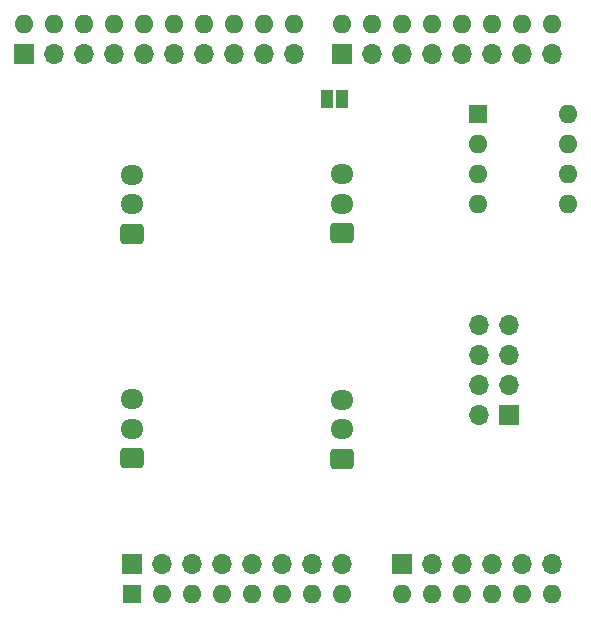
<source format=gbr>
%TF.GenerationSoftware,KiCad,Pcbnew,8.0.1*%
%TF.CreationDate,2024-03-27T15:45:16+09:00*%
%TF.ProjectId,STEP200-switch-id-shield,53544550-3230-4302-9d73-77697463682d,rev?*%
%TF.SameCoordinates,Original*%
%TF.FileFunction,Soldermask,Top*%
%TF.FilePolarity,Negative*%
%FSLAX46Y46*%
G04 Gerber Fmt 4.6, Leading zero omitted, Abs format (unit mm)*
G04 Created by KiCad (PCBNEW 8.0.1) date 2024-03-27 15:45:16*
%MOMM*%
%LPD*%
G01*
G04 APERTURE LIST*
G04 Aperture macros list*
%AMRoundRect*
0 Rectangle with rounded corners*
0 $1 Rounding radius*
0 $2 $3 $4 $5 $6 $7 $8 $9 X,Y pos of 4 corners*
0 Add a 4 corners polygon primitive as box body*
4,1,4,$2,$3,$4,$5,$6,$7,$8,$9,$2,$3,0*
0 Add four circle primitives for the rounded corners*
1,1,$1+$1,$2,$3*
1,1,$1+$1,$4,$5*
1,1,$1+$1,$6,$7*
1,1,$1+$1,$8,$9*
0 Add four rect primitives between the rounded corners*
20,1,$1+$1,$2,$3,$4,$5,0*
20,1,$1+$1,$4,$5,$6,$7,0*
20,1,$1+$1,$6,$7,$8,$9,0*
20,1,$1+$1,$8,$9,$2,$3,0*%
G04 Aperture macros list end*
%ADD10R,1.000000X1.500000*%
%ADD11RoundRect,0.250000X0.725000X-0.600000X0.725000X0.600000X-0.725000X0.600000X-0.725000X-0.600000X0*%
%ADD12O,1.950000X1.700000*%
%ADD13R,1.700000X1.700000*%
%ADD14O,1.700000X1.700000*%
%ADD15R,1.600000X1.600000*%
%ADD16O,1.600000X1.600000*%
G04 APERTURE END LIST*
D10*
%TO.C,JP1*%
X158720000Y-97790000D03*
X160020000Y-97790000D03*
%TD*%
D11*
%TO.C,J8*%
X142240000Y-109220000D03*
D12*
X142240000Y-106720000D03*
X142240000Y-104220000D03*
%TD*%
D13*
%TO.C,J2*%
X142240000Y-137160000D03*
D14*
X144780000Y-137160000D03*
X147320000Y-137160000D03*
X149860000Y-137160000D03*
X152400000Y-137160000D03*
X154940000Y-137160000D03*
X157480000Y-137160000D03*
X160020000Y-137160000D03*
%TD*%
D11*
%TO.C,J5*%
X160020000Y-128270000D03*
D12*
X160020000Y-125770000D03*
X160020000Y-123270000D03*
%TD*%
D11*
%TO.C,J9*%
X142240000Y-128230000D03*
D12*
X142240000Y-125730000D03*
X142240000Y-123230000D03*
%TD*%
D13*
%TO.C,J1*%
X160020000Y-93980000D03*
D14*
X162560000Y-93980000D03*
X165100000Y-93980000D03*
X167640000Y-93980000D03*
X170180000Y-93980000D03*
X172720000Y-93980000D03*
X175260000Y-93980000D03*
X177800000Y-93980000D03*
%TD*%
D11*
%TO.C,J7*%
X160020000Y-109180000D03*
D12*
X160020000Y-106680000D03*
X160020000Y-104180000D03*
%TD*%
D13*
%TO.C,J4*%
X133096000Y-93980000D03*
D14*
X135636000Y-93980000D03*
X138176000Y-93980000D03*
X140716000Y-93980000D03*
X143256000Y-93980000D03*
X145796000Y-93980000D03*
X148336000Y-93980000D03*
X150876000Y-93980000D03*
X153416000Y-93980000D03*
X155956000Y-93980000D03*
%TD*%
D15*
%TO.C,SW1*%
X171492500Y-99070000D03*
D16*
X171492500Y-101610000D03*
X171492500Y-104150000D03*
X171492500Y-106690000D03*
X179112500Y-106690000D03*
X179112500Y-104150000D03*
X179112500Y-101610000D03*
X179112500Y-99070000D03*
%TD*%
D13*
%TO.C,J3*%
X165100000Y-137160000D03*
D14*
X167640000Y-137160000D03*
X170180000Y-137160000D03*
X172720000Y-137160000D03*
X175260000Y-137160000D03*
X177800000Y-137160000D03*
%TD*%
D15*
%TO.C,A1*%
X142240000Y-139700000D03*
D16*
X144780000Y-139700000D03*
X147320000Y-139700000D03*
X149860000Y-139700000D03*
X152400000Y-139700000D03*
X154940000Y-139700000D03*
X157480000Y-139700000D03*
X160020000Y-139700000D03*
X165100000Y-139700000D03*
X167640000Y-139700000D03*
X170180000Y-139700000D03*
X172720000Y-139700000D03*
X175260000Y-139700000D03*
X177800000Y-139700000D03*
X177800000Y-91440000D03*
X175260000Y-91440000D03*
X172720000Y-91440000D03*
X170180000Y-91440000D03*
X167640000Y-91440000D03*
X165100000Y-91440000D03*
X162560000Y-91440000D03*
X160020000Y-91440000D03*
X155960000Y-91440000D03*
X153420000Y-91440000D03*
X150880000Y-91440000D03*
X148340000Y-91440000D03*
X145800000Y-91440000D03*
X143260000Y-91440000D03*
X140720000Y-91440000D03*
X138180000Y-91440000D03*
X135640000Y-91440000D03*
X133100000Y-91440000D03*
%TD*%
D13*
%TO.C,J6*%
X174150000Y-124560000D03*
D14*
X171610000Y-124560000D03*
X174150000Y-122020000D03*
X171610000Y-122020000D03*
X174150000Y-119480000D03*
X171610000Y-119480000D03*
X174150000Y-116940000D03*
X171610000Y-116940000D03*
%TD*%
M02*

</source>
